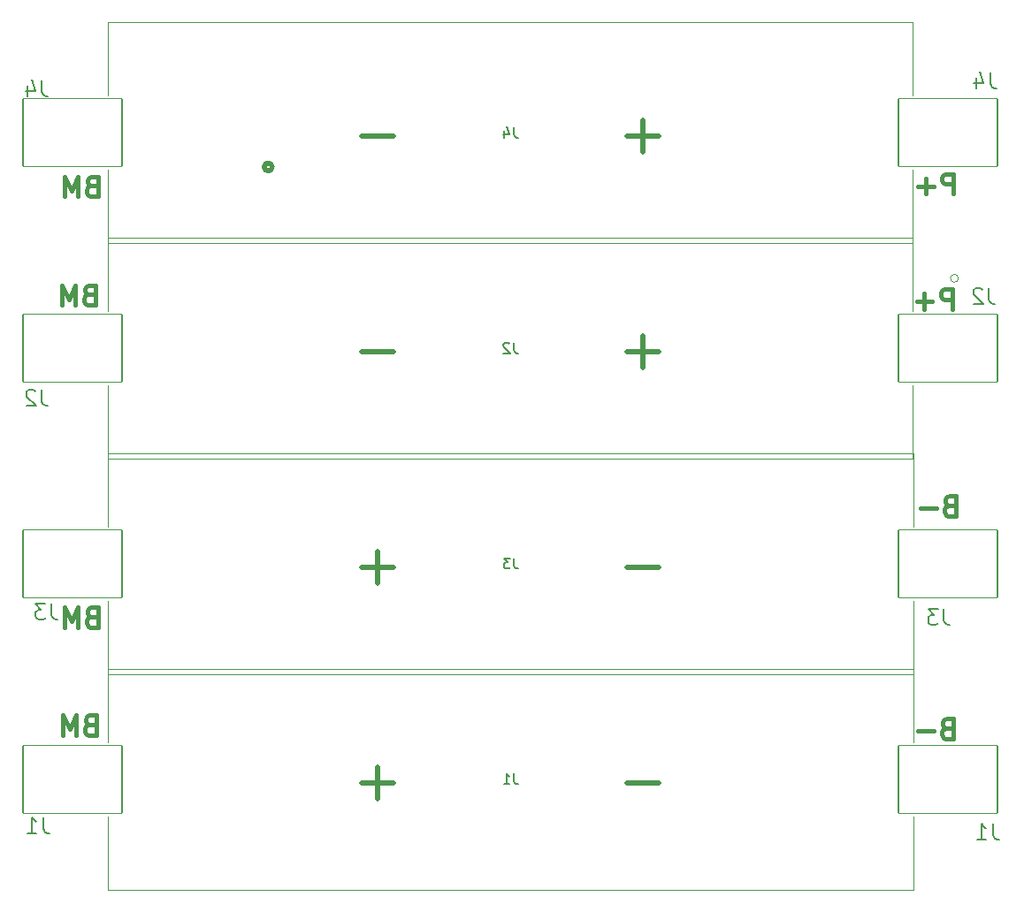
<source format=gbo>
%TF.GenerationSoftware,KiCad,Pcbnew,7.0.2-0*%
%TF.CreationDate,2024-05-07T22:45:00-07:00*%
%TF.ProjectId,batteryboard,62617474-6572-4796-926f-6172642e6b69,v2B*%
%TF.SameCoordinates,Original*%
%TF.FileFunction,Legend,Bot*%
%TF.FilePolarity,Positive*%
%FSLAX46Y46*%
G04 Gerber Fmt 4.6, Leading zero omitted, Abs format (unit mm)*
G04 Created by KiCad (PCBNEW 7.0.2-0) date 2024-05-07 22:45:00*
%MOMM*%
%LPD*%
G01*
G04 APERTURE LIST*
G04 Aperture macros list*
%AMRoundRect*
0 Rectangle with rounded corners*
0 $1 Rounding radius*
0 $2 $3 $4 $5 $6 $7 $8 $9 X,Y pos of 4 corners*
0 Add a 4 corners polygon primitive as box body*
4,1,4,$2,$3,$4,$5,$6,$7,$8,$9,$2,$3,0*
0 Add four circle primitives for the rounded corners*
1,1,$1+$1,$2,$3*
1,1,$1+$1,$4,$5*
1,1,$1+$1,$6,$7*
1,1,$1+$1,$8,$9*
0 Add four rect primitives between the rounded corners*
20,1,$1+$1,$2,$3,$4,$5,0*
20,1,$1+$1,$4,$5,$6,$7,0*
20,1,$1+$1,$6,$7,$8,$9,0*
20,1,$1+$1,$8,$9,$2,$3,0*%
G04 Aperture macros list end*
%ADD10C,0.381000*%
%ADD11C,0.200000*%
%ADD12C,0.150000*%
%ADD13C,0.500000*%
%ADD14C,0.508000*%
%ADD15C,0.120000*%
%ADD16C,3.708400*%
%ADD17C,2.641600*%
%ADD18C,2.101600*%
%ADD19C,4.601600*%
%ADD20C,1.701800*%
%ADD21C,1.501600*%
%ADD22O,1.501600X1.501600*%
%ADD23RoundRect,0.050800X-4.733800X-3.238500X4.733800X-3.238500X4.733800X3.238500X-4.733800X3.238500X0*%
%ADD24RoundRect,0.050800X4.733800X3.238500X-4.733800X3.238500X-4.733800X-3.238500X4.733800X-3.238500X0*%
G04 APERTURE END LIST*
D10*
X61010799Y-114272332D02*
X60738656Y-114363046D01*
X60738656Y-114363046D02*
X60647942Y-114453760D01*
X60647942Y-114453760D02*
X60557228Y-114635189D01*
X60557228Y-114635189D02*
X60557228Y-114907332D01*
X60557228Y-114907332D02*
X60647942Y-115088760D01*
X60647942Y-115088760D02*
X60738656Y-115179475D01*
X60738656Y-115179475D02*
X60920085Y-115270189D01*
X60920085Y-115270189D02*
X61645799Y-115270189D01*
X61645799Y-115270189D02*
X61645799Y-113365189D01*
X61645799Y-113365189D02*
X61010799Y-113365189D01*
X61010799Y-113365189D02*
X60829371Y-113455903D01*
X60829371Y-113455903D02*
X60738656Y-113546617D01*
X60738656Y-113546617D02*
X60647942Y-113728046D01*
X60647942Y-113728046D02*
X60647942Y-113909475D01*
X60647942Y-113909475D02*
X60738656Y-114090903D01*
X60738656Y-114090903D02*
X60829371Y-114181617D01*
X60829371Y-114181617D02*
X61010799Y-114272332D01*
X61010799Y-114272332D02*
X61645799Y-114272332D01*
X59740799Y-115270189D02*
X59740799Y-113365189D01*
X59740799Y-113365189D02*
X59105799Y-114725903D01*
X59105799Y-114725903D02*
X58470799Y-113365189D01*
X58470799Y-113365189D02*
X58470799Y-115270189D01*
X60756799Y-83411332D02*
X60484656Y-83502046D01*
X60484656Y-83502046D02*
X60393942Y-83592760D01*
X60393942Y-83592760D02*
X60303228Y-83774189D01*
X60303228Y-83774189D02*
X60303228Y-84046332D01*
X60303228Y-84046332D02*
X60393942Y-84227760D01*
X60393942Y-84227760D02*
X60484656Y-84318475D01*
X60484656Y-84318475D02*
X60666085Y-84409189D01*
X60666085Y-84409189D02*
X61391799Y-84409189D01*
X61391799Y-84409189D02*
X61391799Y-82504189D01*
X61391799Y-82504189D02*
X60756799Y-82504189D01*
X60756799Y-82504189D02*
X60575371Y-82594903D01*
X60575371Y-82594903D02*
X60484656Y-82685617D01*
X60484656Y-82685617D02*
X60393942Y-82867046D01*
X60393942Y-82867046D02*
X60393942Y-83048475D01*
X60393942Y-83048475D02*
X60484656Y-83229903D01*
X60484656Y-83229903D02*
X60575371Y-83320617D01*
X60575371Y-83320617D02*
X60756799Y-83411332D01*
X60756799Y-83411332D02*
X61391799Y-83411332D01*
X59486799Y-84409189D02*
X59486799Y-82504189D01*
X59486799Y-82504189D02*
X58851799Y-83864903D01*
X58851799Y-83864903D02*
X58216799Y-82504189D01*
X58216799Y-82504189D02*
X58216799Y-84409189D01*
X61010799Y-72997332D02*
X60738656Y-73088046D01*
X60738656Y-73088046D02*
X60647942Y-73178760D01*
X60647942Y-73178760D02*
X60557228Y-73360189D01*
X60557228Y-73360189D02*
X60557228Y-73632332D01*
X60557228Y-73632332D02*
X60647942Y-73813760D01*
X60647942Y-73813760D02*
X60738656Y-73904475D01*
X60738656Y-73904475D02*
X60920085Y-73995189D01*
X60920085Y-73995189D02*
X61645799Y-73995189D01*
X61645799Y-73995189D02*
X61645799Y-72090189D01*
X61645799Y-72090189D02*
X61010799Y-72090189D01*
X61010799Y-72090189D02*
X60829371Y-72180903D01*
X60829371Y-72180903D02*
X60738656Y-72271617D01*
X60738656Y-72271617D02*
X60647942Y-72453046D01*
X60647942Y-72453046D02*
X60647942Y-72634475D01*
X60647942Y-72634475D02*
X60738656Y-72815903D01*
X60738656Y-72815903D02*
X60829371Y-72906617D01*
X60829371Y-72906617D02*
X61010799Y-72997332D01*
X61010799Y-72997332D02*
X61645799Y-72997332D01*
X59740799Y-73995189D02*
X59740799Y-72090189D01*
X59740799Y-72090189D02*
X59105799Y-73450903D01*
X59105799Y-73450903D02*
X58470799Y-72090189D01*
X58470799Y-72090189D02*
X58470799Y-73995189D01*
X60841999Y-124615932D02*
X60569856Y-124706646D01*
X60569856Y-124706646D02*
X60479142Y-124797360D01*
X60479142Y-124797360D02*
X60388428Y-124978789D01*
X60388428Y-124978789D02*
X60388428Y-125250932D01*
X60388428Y-125250932D02*
X60479142Y-125432360D01*
X60479142Y-125432360D02*
X60569856Y-125523075D01*
X60569856Y-125523075D02*
X60751285Y-125613789D01*
X60751285Y-125613789D02*
X61476999Y-125613789D01*
X61476999Y-125613789D02*
X61476999Y-123708789D01*
X61476999Y-123708789D02*
X60841999Y-123708789D01*
X60841999Y-123708789D02*
X60660571Y-123799503D01*
X60660571Y-123799503D02*
X60569856Y-123890217D01*
X60569856Y-123890217D02*
X60479142Y-124071646D01*
X60479142Y-124071646D02*
X60479142Y-124253075D01*
X60479142Y-124253075D02*
X60569856Y-124434503D01*
X60569856Y-124434503D02*
X60660571Y-124525217D01*
X60660571Y-124525217D02*
X60841999Y-124615932D01*
X60841999Y-124615932D02*
X61476999Y-124615932D01*
X59571999Y-125613789D02*
X59571999Y-123708789D01*
X59571999Y-123708789D02*
X58936999Y-125069503D01*
X58936999Y-125069503D02*
X58301999Y-123708789D01*
X58301999Y-123708789D02*
X58301999Y-125613789D01*
X142889513Y-124940332D02*
X142617370Y-125031046D01*
X142617370Y-125031046D02*
X142526656Y-125121760D01*
X142526656Y-125121760D02*
X142435942Y-125303189D01*
X142435942Y-125303189D02*
X142435942Y-125575332D01*
X142435942Y-125575332D02*
X142526656Y-125756760D01*
X142526656Y-125756760D02*
X142617370Y-125847475D01*
X142617370Y-125847475D02*
X142798799Y-125938189D01*
X142798799Y-125938189D02*
X143524513Y-125938189D01*
X143524513Y-125938189D02*
X143524513Y-124033189D01*
X143524513Y-124033189D02*
X142889513Y-124033189D01*
X142889513Y-124033189D02*
X142708085Y-124123903D01*
X142708085Y-124123903D02*
X142617370Y-124214617D01*
X142617370Y-124214617D02*
X142526656Y-124396046D01*
X142526656Y-124396046D02*
X142526656Y-124577475D01*
X142526656Y-124577475D02*
X142617370Y-124758903D01*
X142617370Y-124758903D02*
X142708085Y-124849617D01*
X142708085Y-124849617D02*
X142889513Y-124940332D01*
X142889513Y-124940332D02*
X143524513Y-124940332D01*
X141619513Y-125212475D02*
X140168085Y-125212475D01*
X143143513Y-103604332D02*
X142871370Y-103695046D01*
X142871370Y-103695046D02*
X142780656Y-103785760D01*
X142780656Y-103785760D02*
X142689942Y-103967189D01*
X142689942Y-103967189D02*
X142689942Y-104239332D01*
X142689942Y-104239332D02*
X142780656Y-104420760D01*
X142780656Y-104420760D02*
X142871370Y-104511475D01*
X142871370Y-104511475D02*
X143052799Y-104602189D01*
X143052799Y-104602189D02*
X143778513Y-104602189D01*
X143778513Y-104602189D02*
X143778513Y-102697189D01*
X143778513Y-102697189D02*
X143143513Y-102697189D01*
X143143513Y-102697189D02*
X142962085Y-102787903D01*
X142962085Y-102787903D02*
X142871370Y-102878617D01*
X142871370Y-102878617D02*
X142780656Y-103060046D01*
X142780656Y-103060046D02*
X142780656Y-103241475D01*
X142780656Y-103241475D02*
X142871370Y-103422903D01*
X142871370Y-103422903D02*
X142962085Y-103513617D01*
X142962085Y-103513617D02*
X143143513Y-103604332D01*
X143143513Y-103604332D02*
X143778513Y-103604332D01*
X141873513Y-103876475D02*
X140422085Y-103876475D01*
X143397513Y-84790189D02*
X143397513Y-82885189D01*
X143397513Y-82885189D02*
X142671799Y-82885189D01*
X142671799Y-82885189D02*
X142490370Y-82975903D01*
X142490370Y-82975903D02*
X142399656Y-83066617D01*
X142399656Y-83066617D02*
X142308942Y-83248046D01*
X142308942Y-83248046D02*
X142308942Y-83520189D01*
X142308942Y-83520189D02*
X142399656Y-83701617D01*
X142399656Y-83701617D02*
X142490370Y-83792332D01*
X142490370Y-83792332D02*
X142671799Y-83883046D01*
X142671799Y-83883046D02*
X143397513Y-83883046D01*
X141492513Y-84064475D02*
X140041085Y-84064475D01*
X140766799Y-84790189D02*
X140766799Y-83338760D01*
X143524513Y-73741189D02*
X143524513Y-71836189D01*
X143524513Y-71836189D02*
X142798799Y-71836189D01*
X142798799Y-71836189D02*
X142617370Y-71926903D01*
X142617370Y-71926903D02*
X142526656Y-72017617D01*
X142526656Y-72017617D02*
X142435942Y-72199046D01*
X142435942Y-72199046D02*
X142435942Y-72471189D01*
X142435942Y-72471189D02*
X142526656Y-72652617D01*
X142526656Y-72652617D02*
X142617370Y-72743332D01*
X142617370Y-72743332D02*
X142798799Y-72834046D01*
X142798799Y-72834046D02*
X143524513Y-72834046D01*
X141619513Y-73015475D02*
X140168085Y-73015475D01*
X140893799Y-73741189D02*
X140893799Y-72289760D01*
D11*
X56258985Y-62876328D02*
X56258985Y-63947757D01*
X56258985Y-63947757D02*
X56330414Y-64162042D01*
X56330414Y-64162042D02*
X56473271Y-64304900D01*
X56473271Y-64304900D02*
X56687557Y-64376328D01*
X56687557Y-64376328D02*
X56830414Y-64376328D01*
X54901843Y-63376328D02*
X54901843Y-64376328D01*
X55258985Y-62804900D02*
X55616128Y-63876328D01*
X55616128Y-63876328D02*
X54687557Y-63876328D01*
X57175985Y-113028328D02*
X57175985Y-114099757D01*
X57175985Y-114099757D02*
X57247414Y-114314042D01*
X57247414Y-114314042D02*
X57390271Y-114456900D01*
X57390271Y-114456900D02*
X57604557Y-114528328D01*
X57604557Y-114528328D02*
X57747414Y-114528328D01*
X56604557Y-113028328D02*
X55675985Y-113028328D01*
X55675985Y-113028328D02*
X56175985Y-113599757D01*
X56175985Y-113599757D02*
X55961700Y-113599757D01*
X55961700Y-113599757D02*
X55818843Y-113671185D01*
X55818843Y-113671185D02*
X55747414Y-113742614D01*
X55747414Y-113742614D02*
X55675985Y-113885471D01*
X55675985Y-113885471D02*
X55675985Y-114242614D01*
X55675985Y-114242614D02*
X55747414Y-114385471D01*
X55747414Y-114385471D02*
X55818843Y-114456900D01*
X55818843Y-114456900D02*
X55961700Y-114528328D01*
X55961700Y-114528328D02*
X56390271Y-114528328D01*
X56390271Y-114528328D02*
X56533128Y-114456900D01*
X56533128Y-114456900D02*
X56604557Y-114385471D01*
X142618985Y-113532328D02*
X142618985Y-114603757D01*
X142618985Y-114603757D02*
X142690414Y-114818042D01*
X142690414Y-114818042D02*
X142833271Y-114960900D01*
X142833271Y-114960900D02*
X143047557Y-115032328D01*
X143047557Y-115032328D02*
X143190414Y-115032328D01*
X142047557Y-113532328D02*
X141118985Y-113532328D01*
X141118985Y-113532328D02*
X141618985Y-114103757D01*
X141618985Y-114103757D02*
X141404700Y-114103757D01*
X141404700Y-114103757D02*
X141261843Y-114175185D01*
X141261843Y-114175185D02*
X141190414Y-114246614D01*
X141190414Y-114246614D02*
X141118985Y-114389471D01*
X141118985Y-114389471D02*
X141118985Y-114746614D01*
X141118985Y-114746614D02*
X141190414Y-114889471D01*
X141190414Y-114889471D02*
X141261843Y-114960900D01*
X141261843Y-114960900D02*
X141404700Y-115032328D01*
X141404700Y-115032328D02*
X141833271Y-115032328D01*
X141833271Y-115032328D02*
X141976128Y-114960900D01*
X141976128Y-114960900D02*
X142047557Y-114889471D01*
X147063985Y-62114328D02*
X147063985Y-63185757D01*
X147063985Y-63185757D02*
X147135414Y-63400042D01*
X147135414Y-63400042D02*
X147278271Y-63542900D01*
X147278271Y-63542900D02*
X147492557Y-63614328D01*
X147492557Y-63614328D02*
X147635414Y-63614328D01*
X145706843Y-62614328D02*
X145706843Y-63614328D01*
X146063985Y-62042900D02*
X146421128Y-63114328D01*
X146421128Y-63114328D02*
X145492557Y-63114328D01*
X147317985Y-134123328D02*
X147317985Y-135194757D01*
X147317985Y-135194757D02*
X147389414Y-135409042D01*
X147389414Y-135409042D02*
X147532271Y-135551900D01*
X147532271Y-135551900D02*
X147746557Y-135623328D01*
X147746557Y-135623328D02*
X147889414Y-135623328D01*
X145817985Y-135623328D02*
X146675128Y-135623328D01*
X146246557Y-135623328D02*
X146246557Y-134123328D01*
X146246557Y-134123328D02*
X146389414Y-134337614D01*
X146389414Y-134337614D02*
X146532271Y-134480471D01*
X146532271Y-134480471D02*
X146675128Y-134551900D01*
X146936985Y-82781328D02*
X146936985Y-83852757D01*
X146936985Y-83852757D02*
X147008414Y-84067042D01*
X147008414Y-84067042D02*
X147151271Y-84209900D01*
X147151271Y-84209900D02*
X147365557Y-84281328D01*
X147365557Y-84281328D02*
X147508414Y-84281328D01*
X146294128Y-82924185D02*
X146222700Y-82852757D01*
X146222700Y-82852757D02*
X146079843Y-82781328D01*
X146079843Y-82781328D02*
X145722700Y-82781328D01*
X145722700Y-82781328D02*
X145579843Y-82852757D01*
X145579843Y-82852757D02*
X145508414Y-82924185D01*
X145508414Y-82924185D02*
X145436985Y-83067042D01*
X145436985Y-83067042D02*
X145436985Y-83209900D01*
X145436985Y-83209900D02*
X145508414Y-83424185D01*
X145508414Y-83424185D02*
X146365557Y-84281328D01*
X146365557Y-84281328D02*
X145436985Y-84281328D01*
X56385985Y-133488328D02*
X56385985Y-134559757D01*
X56385985Y-134559757D02*
X56457414Y-134774042D01*
X56457414Y-134774042D02*
X56600271Y-134916900D01*
X56600271Y-134916900D02*
X56814557Y-134988328D01*
X56814557Y-134988328D02*
X56957414Y-134988328D01*
X54885985Y-134988328D02*
X55743128Y-134988328D01*
X55314557Y-134988328D02*
X55314557Y-133488328D01*
X55314557Y-133488328D02*
X55457414Y-133702614D01*
X55457414Y-133702614D02*
X55600271Y-133845471D01*
X55600271Y-133845471D02*
X55743128Y-133916900D01*
X56258985Y-92560328D02*
X56258985Y-93631757D01*
X56258985Y-93631757D02*
X56330414Y-93846042D01*
X56330414Y-93846042D02*
X56473271Y-93988900D01*
X56473271Y-93988900D02*
X56687557Y-94060328D01*
X56687557Y-94060328D02*
X56830414Y-94060328D01*
X55616128Y-92703185D02*
X55544700Y-92631757D01*
X55544700Y-92631757D02*
X55401843Y-92560328D01*
X55401843Y-92560328D02*
X55044700Y-92560328D01*
X55044700Y-92560328D02*
X54901843Y-92631757D01*
X54901843Y-92631757D02*
X54830414Y-92703185D01*
X54830414Y-92703185D02*
X54758985Y-92846042D01*
X54758985Y-92846042D02*
X54758985Y-92988900D01*
X54758985Y-92988900D02*
X54830414Y-93203185D01*
X54830414Y-93203185D02*
X55687557Y-94060328D01*
X55687557Y-94060328D02*
X54758985Y-94060328D01*
D12*
X101450733Y-88032419D02*
X101450733Y-88746704D01*
X101450733Y-88746704D02*
X101498352Y-88889561D01*
X101498352Y-88889561D02*
X101593590Y-88984800D01*
X101593590Y-88984800D02*
X101736447Y-89032419D01*
X101736447Y-89032419D02*
X101831685Y-89032419D01*
X101022161Y-88127657D02*
X100974542Y-88080038D01*
X100974542Y-88080038D02*
X100879304Y-88032419D01*
X100879304Y-88032419D02*
X100641209Y-88032419D01*
X100641209Y-88032419D02*
X100545971Y-88080038D01*
X100545971Y-88080038D02*
X100498352Y-88127657D01*
X100498352Y-88127657D02*
X100450733Y-88222895D01*
X100450733Y-88222895D02*
X100450733Y-88318133D01*
X100450733Y-88318133D02*
X100498352Y-88460990D01*
X100498352Y-88460990D02*
X101069780Y-89032419D01*
X101069780Y-89032419D02*
X100450733Y-89032419D01*
D13*
X115341209Y-88896466D02*
X112293590Y-88896466D01*
X113817399Y-90420276D02*
X113817399Y-87372657D01*
X89941209Y-88896466D02*
X86893590Y-88896466D01*
D12*
X101476133Y-129307419D02*
X101476133Y-130021704D01*
X101476133Y-130021704D02*
X101523752Y-130164561D01*
X101523752Y-130164561D02*
X101618990Y-130259800D01*
X101618990Y-130259800D02*
X101761847Y-130307419D01*
X101761847Y-130307419D02*
X101857085Y-130307419D01*
X100476133Y-130307419D02*
X101047561Y-130307419D01*
X100761847Y-130307419D02*
X100761847Y-129307419D01*
X100761847Y-129307419D02*
X100857085Y-129450276D01*
X100857085Y-129450276D02*
X100952323Y-129545514D01*
X100952323Y-129545514D02*
X101047561Y-129593133D01*
D13*
X89966609Y-130171466D02*
X86918990Y-130171466D01*
X88442799Y-131695276D02*
X88442799Y-128647657D01*
X115366609Y-130171466D02*
X112318990Y-130171466D01*
D12*
X101476133Y-108657219D02*
X101476133Y-109371504D01*
X101476133Y-109371504D02*
X101523752Y-109514361D01*
X101523752Y-109514361D02*
X101618990Y-109609600D01*
X101618990Y-109609600D02*
X101761847Y-109657219D01*
X101761847Y-109657219D02*
X101857085Y-109657219D01*
X101095180Y-108657219D02*
X100476133Y-108657219D01*
X100476133Y-108657219D02*
X100809466Y-109038171D01*
X100809466Y-109038171D02*
X100666609Y-109038171D01*
X100666609Y-109038171D02*
X100571371Y-109085790D01*
X100571371Y-109085790D02*
X100523752Y-109133409D01*
X100523752Y-109133409D02*
X100476133Y-109228647D01*
X100476133Y-109228647D02*
X100476133Y-109466742D01*
X100476133Y-109466742D02*
X100523752Y-109561980D01*
X100523752Y-109561980D02*
X100571371Y-109609600D01*
X100571371Y-109609600D02*
X100666609Y-109657219D01*
X100666609Y-109657219D02*
X100952323Y-109657219D01*
X100952323Y-109657219D02*
X101047561Y-109609600D01*
X101047561Y-109609600D02*
X101095180Y-109561980D01*
D13*
X89966609Y-109521266D02*
X86918990Y-109521266D01*
X88442799Y-111045076D02*
X88442799Y-107997457D01*
X115366609Y-109521266D02*
X112318990Y-109521266D01*
D12*
X101450733Y-67382219D02*
X101450733Y-68096504D01*
X101450733Y-68096504D02*
X101498352Y-68239361D01*
X101498352Y-68239361D02*
X101593590Y-68334600D01*
X101593590Y-68334600D02*
X101736447Y-68382219D01*
X101736447Y-68382219D02*
X101831685Y-68382219D01*
X100545971Y-67715552D02*
X100545971Y-68382219D01*
X100784066Y-67334600D02*
X101022161Y-68048885D01*
X101022161Y-68048885D02*
X100403114Y-68048885D01*
D13*
X115341209Y-68246266D02*
X112293590Y-68246266D01*
X113817399Y-69770076D02*
X113817399Y-66722457D01*
X89941209Y-68246266D02*
X86893590Y-68246266D01*
D14*
X78304400Y-71185900D02*
G75*
G03*
X78304400Y-71185900I-381000J0D01*
G01*
D15*
X144014300Y-81852102D02*
G75*
G03*
X144014300Y-81852102I-381000J0D01*
G01*
X62569100Y-77990700D02*
X62569100Y-85023750D01*
X62569100Y-77990700D02*
X139665700Y-77990700D01*
X62569100Y-99148900D02*
X62569100Y-92115850D01*
X139665700Y-77990700D02*
X139665700Y-85023750D01*
X139665700Y-92115850D02*
X139665700Y-99148900D01*
X139665700Y-99148900D02*
X62569100Y-99148900D01*
X139691100Y-140423900D02*
X139691100Y-133390850D01*
X139691100Y-140423900D02*
X62594500Y-140423900D01*
X139691100Y-119265700D02*
X139691100Y-126298750D01*
X62594500Y-140423900D02*
X62594500Y-133390850D01*
X62594500Y-126298750D02*
X62594500Y-119265700D01*
X62594500Y-119265700D02*
X139691100Y-119265700D01*
X139691100Y-119773700D02*
X139691100Y-112740650D01*
X139691100Y-119773700D02*
X62594500Y-119773700D01*
X139691100Y-98615500D02*
X139691100Y-105648550D01*
X62594500Y-119773700D02*
X62594500Y-112740650D01*
X62594500Y-105648550D02*
X62594500Y-98615500D01*
X62594500Y-98615500D02*
X139691100Y-98615500D01*
X62569100Y-57340500D02*
X62569100Y-64373550D01*
X62569100Y-57340500D02*
X139665700Y-57340500D01*
X62569100Y-78498700D02*
X62569100Y-71465650D01*
X139665700Y-57340500D02*
X139665700Y-64373550D01*
X139665700Y-71465650D02*
X139665700Y-78498700D01*
X139665700Y-78498700D02*
X62569100Y-78498700D01*
%LPC*%
D16*
X128638300Y-121843800D03*
X73393300Y-137845800D03*
D17*
X65163700Y-121843800D03*
D16*
X73621900Y-117195600D03*
X128866900Y-101193600D03*
D17*
X137096500Y-117195600D03*
D18*
X141592300Y-122389900D03*
X60185300Y-76288900D03*
D19*
X144010300Y-138899900D03*
X58060700Y-59098900D03*
X58441700Y-138854900D03*
X144010300Y-58889900D03*
D20*
X144903300Y-79312103D03*
X144903300Y-75812100D03*
D21*
X59939300Y-101307900D03*
D22*
X59939300Y-96227900D03*
D16*
X73596500Y-80568800D03*
X128841500Y-96570800D03*
D17*
X137071100Y-80568800D03*
D23*
X59207400Y-88569800D03*
X143027400Y-88569800D03*
D16*
X128663700Y-137845800D03*
X73418700Y-121843800D03*
D17*
X65189100Y-137845800D03*
D24*
X143052800Y-129844800D03*
X59232800Y-129844800D03*
D16*
X128663700Y-117195600D03*
X73418700Y-101193600D03*
D17*
X65189100Y-117195600D03*
D24*
X143052800Y-109194600D03*
X59232800Y-109194600D03*
D16*
X73596500Y-59918600D03*
X128841500Y-75920600D03*
D17*
X137071100Y-59918600D03*
D23*
X59207400Y-67919600D03*
X143027400Y-67919600D03*
%LPD*%
M02*

</source>
